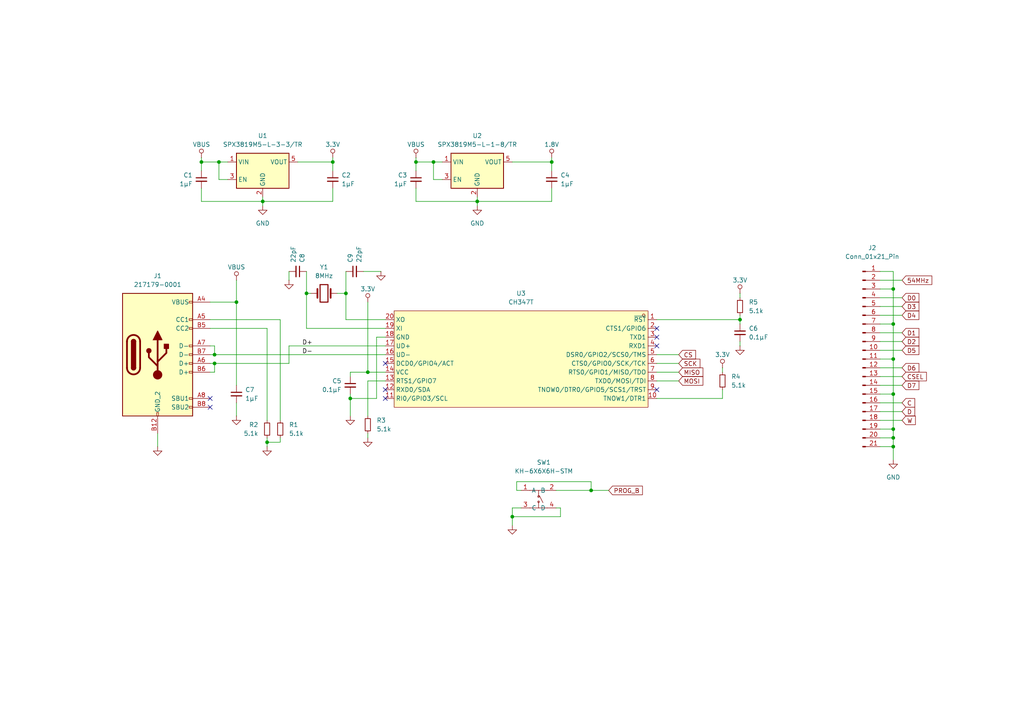
<source format=kicad_sch>
(kicad_sch (version 20250114) (generator "eeschema") (generator_version "9.0")
  (paper "A4")
  (lib_symbols
    (symbol "Connector:Conn_01x21_Pin" (pin_names (offset 1.016) (hide yes))
      (property "Reference" "J" (at 0 27.94 0))
      (property "Value" "Conn_01x21_Pin" (at 0 -27.94 0))
      (symbol "Conn_01x21_Pin_1_1"
        (rectangle (start 0.8636 25.527) (end 0 25.273) (stroke (width 0.1524)) (fill (type outline)))
        (rectangle (start 0.8636 22.987) (end 0 22.733) (stroke (width 0.1524)) (fill (type outline)))
        (rectangle (start 0.8636 20.447) (end 0 20.193) (stroke (width 0.1524)) (fill (type outline)))
        (rectangle (start 0.8636 17.907) (end 0 17.653) (stroke (width 0.1524)) (fill (type outline)))
        (rectangle (start 0.8636 15.367) (end 0 15.113) (stroke (width 0.1524)) (fill (type outline)))
        (rectangle (start 0.8636 12.827) (end 0 12.573) (stroke (width 0.1524)) (fill (type outline)))
        (rectangle (start 0.8636 10.287) (end 0 10.033) (stroke (width 0.1524)) (fill (type outline)))
        (rectangle (start 0.8636 7.747) (end 0 7.493) (stroke (width 0.1524)) (fill (type outline)))
        (rectangle (start 0.8636 5.207) (end 0 4.953) (stroke (width 0.1524)) (fill (type outline)))
        (rectangle (start 0.8636 2.667) (end 0 2.413) (stroke (width 0.1524)) (fill (type outline)))
        (rectangle (start 0.8636 0.127) (end 0 -0.127) (stroke (width 0.1524)) (fill (type outline)))
        (rectangle (start 0.8636 -2.413) (end 0 -2.667) (stroke (width 0.1524)) (fill (type outline)))
        (rectangle (start 0.8636 -4.953) (end 0 -5.207) (stroke (width 0.1524)) (fill (type outline)))
        (rectangle (start 0.8636 -7.493) (end 0 -7.747) (stroke (width 0.1524)) (fill (type outline)))
        (rectangle (start 0.8636 -10.033) (end 0 -10.287) (stroke (width 0.1524)) (fill (type outline)))
        (rectangle (start 0.8636 -12.573) (end 0 -12.827) (stroke (width 0.1524)) (fill (type outline)))
        (rectangle (start 0.8636 -15.113) (end 0 -15.367) (stroke (width 0.1524)) (fill (type outline)))
        (rectangle (start 0.8636 -17.653) (end 0 -17.907) (stroke (width 0.1524)) (fill (type outline)))
        (rectangle (start 0.8636 -20.193) (end 0 -20.447) (stroke (width 0.1524)) (fill (type outline)))
        (rectangle (start 0.8636 -22.733) (end 0 -22.987) (stroke (width 0.1524)) (fill (type outline)))
        (rectangle (start 0.8636 -25.273) (end 0 -25.527) (stroke (width 0.1524)) (fill (type outline)))
        (polyline (pts (xy 1.27 25.4) (xy 0.8636 25.4)) (stroke (width 0.1524)))
        (polyline (pts (xy 1.27 22.86) (xy 0.8636 22.86)) (stroke (width 0.1524)))
        (polyline (pts (xy 1.27 20.32) (xy 0.8636 20.32)) (stroke (width 0.1524)))
        (polyline (pts (xy 1.27 17.78) (xy 0.8636 17.78)) (stroke (width 0.1524)))
        (polyline (pts (xy 1.27 15.24) (xy 0.8636 15.24)) (stroke (width 0.1524)))
        (polyline (pts (xy 1.27 12.7) (xy 0.8636 12.7)) (stroke (width 0.1524)))
        (polyline (pts (xy 1.27 10.16) (xy 0.8636 10.16)) (stroke (width 0.1524)))
        (polyline (pts (xy 1.27 7.62) (xy 0.8636 7.62)) (stroke (width 0.1524)))
        (polyline (pts (xy 1.27 5.08) (xy 0.8636 5.08)) (stroke (width 0.1524)))
        (polyline (pts (xy 1.27 2.54) (xy 0.8636 2.54)) (stroke (width 0.1524)))
        (polyline (pts (xy 1.27 0) (xy 0.8636 0)) (stroke (width 0.1524)))
        (polyline (pts (xy 1.27 -2.54) (xy 0.8636 -2.54)) (stroke (width 0.1524)))
        (polyline (pts (xy 1.27 -5.08) (xy 0.8636 -5.08)) (stroke (width 0.1524)))
        (polyline (pts (xy 1.27 -7.62) (xy 0.8636 -7.62)) (stroke (width 0.1524)))
        (polyline (pts (xy 1.27 -10.16) (xy 0.8636 -10.16)) (stroke (width 0.1524)))
        (polyline (pts (xy 1.27 -12.7) (xy 0.8636 -12.7)) (stroke (width 0.1524)))
        (polyline (pts (xy 1.27 -15.24) (xy 0.8636 -15.24)) (stroke (width 0.1524)))
        (polyline (pts (xy 1.27 -17.78) (xy 0.8636 -17.78)) (stroke (width 0.1524)))
        (polyline (pts (xy 1.27 -20.32) (xy 0.8636 -20.32)) (stroke (width 0.1524)))
        (polyline (pts (xy 1.27 -22.86) (xy 0.8636 -22.86)) (stroke (width 0.1524)))
        (polyline (pts (xy 1.27 -25.4) (xy 0.8636 -25.4)) (stroke (width 0.1524)))
        (pin passive line (at 5.08 25.4 180) (length 3.81) (name "Pin_1") (number "1"))
        (pin passive line (at 5.08 22.86 180) (length 3.81) (name "Pin_2") (number "2"))
        (pin passive line (at 5.08 20.32 180) (length 3.81) (name "Pin_3") (number "3"))
        (pin passive line (at 5.08 17.78 180) (length 3.81) (name "Pin_4") (number "4"))
        (pin passive line (at 5.08 15.24 180) (length 3.81) (name "Pin_5") (number "5"))
        (pin passive line (at 5.08 12.7 180) (length 3.81) (name "Pin_6") (number "6"))
        (pin passive line (at 5.08 10.16 180) (length 3.81) (name "Pin_7") (number "7"))
        (pin passive line (at 5.08 7.62 180) (length 3.81) (name "Pin_8") (number "8"))
        (pin passive line (at 5.08 5.08 180) (length 3.81) (name "Pin_9") (number "9"))
        (pin passive line (at 5.08 2.54 180) (length 3.81) (name "Pin_10") (number "10"))
        (pin passive line (at 5.08 0 180) (length 3.81) (name "Pin_11") (number "11"))
        (pin passive line (at 5.08 -2.54 180) (length 3.81) (name "Pin_12") (number "12"))
        (pin passive line (at 5.08 -5.08 180) (length 3.81) (name "Pin_13") (number "13"))
        (pin passive line (at 5.08 -7.62 180) (length 3.81) (name "Pin_14") (number "14"))
        (pin passive line (at 5.08 -10.16 180) (length 3.81) (name "Pin_15") (number "15"))
        (pin passive line (at 5.08 -12.7 180) (length 3.81) (name "Pin_16") (number "16"))
        (pin passive line (at 5.08 -15.24 180) (length 3.81) (name "Pin_17") (number "17"))
        (pin passive line (at 5.08 -17.78 180) (length 3.81) (name "Pin_18") (number "18"))
        (pin passive line (at 5.08 -20.32 180) (length 3.81) (name "Pin_19") (number "19"))
        (pin passive line (at 5.08 -22.86 180) (length 3.81) (name "Pin_20") (number "20"))
        (pin passive line (at 5.08 -25.4 180) (length 3.81) (name "Pin_21") (number "21"))
      )
    )
    (symbol "Connector:USB_C_Receptacle_USB2.0_16P" (pin_names (offset 1.016))
      (property "Reference" "J1" (at 0 22.86 0))
      (property "Value" "217179-0001" (at 0 20.32 0))
      (symbol "USB_C_Receptacle_USB2.0_16P_0_0"
        (rectangle (start -0.254 -17.78) (end 0.254 -16.764))
        (rectangle (start 10.16 15.494) (end 9.144 14.986))
        (rectangle (start 10.16 10.414) (end 9.144 9.906))
        (rectangle (start 10.16 7.874) (end 9.144 7.366))
        (rectangle (start 10.16 2.794) (end 9.144 2.286))
        (rectangle (start 10.16 0.254) (end 9.144 -0.254))
        (rectangle (start 10.16 -2.286) (end 9.144 -2.794))
        (rectangle (start 10.16 -4.826) (end 9.144 -5.334))
        (rectangle (start 10.16 -12.446) (end 9.144 -12.954))
        (rectangle (start 10.16 -14.986) (end 9.144 -15.494))
      )
      (symbol "USB_C_Receptacle_USB2.0_16P_0_1"
        (rectangle (start -10.16 17.78) (end 10.16 -17.78) (stroke (width 0.254)) (fill (type background)))
        (polyline (pts (xy -8.89 -3.81) (xy -8.89 3.81)) (stroke (width 0.508)))
        (rectangle (start -7.62 -3.81) (end -6.35 3.81) (stroke (width 0.254)) (fill (type outline)))
        (arc (start -7.62 3.81) (mid -6.985 4.4423) (end -6.35 3.81) (stroke (width 0.254)))
        (arc (start -7.62 3.81) (mid -6.985 4.4423) (end -6.35 3.81) (stroke (width 0.254)) (fill (type outline)))
        (arc (start -8.89 3.81) (mid -6.985 5.7067) (end -5.08 3.81) (stroke (width 0.508)))
        (arc (start -5.08 -3.81) (mid -6.985 -5.7067) (end -8.89 -3.81) (stroke (width 0.508)))
        (arc (start -6.35 -3.81) (mid -6.985 -4.4423) (end -7.62 -3.81) (stroke (width 0.254)))
        (arc (start -6.35 -3.81) (mid -6.985 -4.4423) (end -7.62 -3.81) (stroke (width 0.254)) (fill (type outline)))
        (polyline (pts (xy -5.08 3.81) (xy -5.08 -3.81)) (stroke (width 0.508)))
        (circle (center -2.54 1.143) (radius 0.635) (stroke (width 0.254)) (fill (type outline)))
        (polyline (pts (xy -1.27 4.318) (xy 0 6.858) (xy 1.27 4.318) (xy -1.27 4.318)) (stroke (width 0.254)) (fill (type outline)))
        (polyline (pts (xy 0 -2.032) (xy 2.54 0.508) (xy 2.54 1.778)) (stroke (width 0.508)))
        (polyline (pts (xy 0 -3.302) (xy -2.54 -0.762) (xy -2.54 0.508)) (stroke (width 0.508)))
        (polyline (pts (xy 0 -5.842) (xy 0 4.318)) (stroke (width 0.508)))
        (circle (center 0 -5.842) (radius 1.27) (fill (type outline)))
        (rectangle (start 1.905 1.778) (end 3.175 3.048) (stroke (width 0.254)) (fill (type outline)))
      )
      (symbol "USB_C_Receptacle_USB2.0_16P_1_0"
        (pin passive line (at 0 -22.86 90) (length 5.08) (hide yes) (name "GND_2") (number "0"))
        (pin passive line (at 0 -22.86 90) (length 5.08) (hide yes) (name "GND_2") (number "1"))
        (pin passive line (at 0 -22.86 90) (length 5.08) (hide yes) (name "GND_2") (number "2"))
        (pin passive line (at 0 -22.86 90) (length 5.08) (hide yes) (name "GND_2") (number "3"))
        (pin passive line (at 0 -22.86 90) (length 5.08) (hide yes) (name "GND_2") (number "A1"))
        (pin passive line (at 0 -22.86 90) (length 5.08) (hide yes) (name "GND_2") (number "A12"))
        (pin passive line (at 0 -22.86 90) (length 5.08) (hide yes) (name "GND_2") (number "B1"))
        (pin passive line (at 0 -22.86 90) (length 5.08) (name "GND_2") (number "B12"))
        (pin power_in line (at 15.24 15.24 180) (length 5.08) (name "VBUS") (number "A4"))
        (pin power_in line (at 15.24 15.24 180) (length 5.08) (hide yes) (name "VBUS") (number "A9"))
        (pin power_in line (at 15.24 15.24 180) (length 5.08) (hide yes) (name "VBUS") (number "B4"))
        (pin power_in line (at 15.24 15.24 180) (length 5.08) (hide yes) (name "VBUS") (number "B9"))
      )
      (symbol "USB_C_Receptacle_USB2.0_16P_1_1"
        (pin bidirectional line (at 15.24 10.16 180) (length 5.08) (name "CC1") (number "A5"))
        (pin bidirectional line (at 15.24 7.62 180) (length 5.08) (name "CC2") (number "B5"))
        (pin bidirectional line (at 15.24 2.54 180) (length 5.08) (name "D-") (number "A7"))
        (pin bidirectional line (at 15.24 0 180) (length 5.08) (name "D-") (number "B7"))
        (pin bidirectional line (at 15.24 -2.54 180) (length 5.08) (name "D+") (number "A6"))
        (pin bidirectional line (at 15.24 -5.08 180) (length 5.08) (name "D+") (number "B6"))
        (pin bidirectional line (at 15.24 -12.7 180) (length 5.08) (name "SBU1") (number "A8"))
        (pin bidirectional line (at 15.24 -15.24 180) (length 5.08) (name "SBU2") (number "B8"))
      )
    )
    (symbol "Device:C_Small" (pin_numbers (hide yes)) (pin_names (offset 0.254) (hide yes))
      (property "Reference" "C" (at 0.254 1.778 0))
      (property "Value" "C_Small" (at 0.254 -2.032 0))
      (symbol "C_Small_0_1"
        (polyline (pts (xy -1.524 0.508) (xy 1.524 0.508)) (stroke (width 0.3048)))
        (polyline (pts (xy -1.524 -0.508) (xy 1.524 -0.508)) (stroke (width 0.3302)))
      )
      (symbol "C_Small_1_1"
        (pin passive line (at 0 2.54 270) (length 2.032) (name "~") (number "1"))
        (pin passive line (at 0 -2.54 90) (length 2.032) (name "~") (number "2"))
      )
    )
    (symbol "Device:Crystal" (pin_numbers (hide yes)) (pin_names (offset 1.016) (hide yes))
      (property "Reference" "Y" (at 0 3.81 0))
      (property "Value" "Crystal" (at 0 -3.81 0))
      (symbol "Crystal_0_1"
        (polyline (pts (xy -2.54 0) (xy -1.905 0)))
        (polyline (pts (xy -1.905 -1.27) (xy -1.905 1.27)) (stroke (width 0.508)))
        (rectangle (start -1.143 2.54) (end 1.143 -2.54) (stroke (width 0.3048)))
        (polyline (pts (xy 1.905 -1.27) (xy 1.905 1.27)) (stroke (width 0.508)))
        (polyline (pts (xy 2.54 0) (xy 1.905 0)))
      )
      (symbol "Crystal_1_1"
        (pin passive line (at -3.81 0 0) (length 1.27) (name "1") (number "1"))
        (pin passive line (at 3.81 0 180) (length 1.27) (name "2") (number "2"))
      )
    )
    (symbol "Device:R_Small" (pin_numbers (hide yes)) (pin_names (offset 0.254) (hide yes))
      (property "Reference" "R" (at 0.762 0.508 0))
      (property "Value" "R_Small" (at 0.762 -1.016 0))
      (symbol "R_Small_0_1"
        (rectangle (start -0.762 1.778) (end 0.762 -1.778) (stroke (width 0.2032)))
      )
      (symbol "R_Small_1_1"
        (pin passive line (at 0 2.54 270) (length 0.762) (name "~") (number "1"))
        (pin passive line (at 0 -2.54 90) (length 0.762) (name "~") (number "2"))
      )
    )
    (symbol "Regulator_Linear:MIC5365-3.3YC5"
      (property "Reference" "U" (at -6.35 6.35 0))
      (property "Value" "MIC5365-3.3YC5" (at 0 6.35 0))
      (symbol "MIC5365-3.3YC5_0_1"
        (rectangle (start -7.62 -5.08) (end 7.62 5.08) (stroke (width 0.254)) (fill (type background)))
      )
      (symbol "MIC5365-3.3YC5_1_1"
        (pin power_in line (at -10.16 2.54 0) (length 2.54) (name "VIN") (number "1"))
        (pin input line (at -10.16 -2.54 0) (length 2.54) (name "EN") (number "3"))
        (pin power_in line (at 0 -7.62 90) (length 2.54) (name "GND") (number "2"))
        (pin no_connect line (at 7.62 -2.54 180) (length 2.54) (hide yes) (name "NC") (number "4"))
        (pin power_out line (at 10.16 2.54 180) (length 2.54) (name "VOUT") (number "5"))
      )
    )
    (symbol "easyeda:CH347T"
      (property "Reference" "U" (at 0 16.51 0))
      (property "Value" "CH347T" (at 0 -16.51 0))
      (symbol "CH347T_0_1"
        (rectangle (start -36.83 13.97) (end 36.83 -13.97) (fill (type background)))
        (circle (center -35.56 12.7) (radius 0.38))
        (pin unspecified line (at -39.37 11.43 0) (length 2.54) (name "~{RST}") (number "1"))
        (pin unspecified line (at -39.37 8.89 0) (length 2.54) (name "CTS1/GPIO6") (number "2"))
        (pin unspecified line (at -39.37 6.35 0) (length 2.54) (name "TXD1") (number "3"))
        (pin unspecified line (at -39.37 3.81 0) (length 2.54) (name "RXD1") (number "4"))
        (pin unspecified line (at -39.37 1.27 0) (length 2.54) (name "DSR0/GPIO2/SCS0/TMS") (number "5"))
        (pin unspecified line (at -39.37 -1.27 0) (length 2.54) (name "CTS0/GPIO0/SCK/TCK") (number "6"))
        (pin unspecified line (at -39.37 -3.81 0) (length 2.54) (name "RTS0/GPIO1/MISO/TDO") (number "7"))
        (pin unspecified line (at -39.37 -6.35 0) (length 2.54) (name "TXD0/MOSI/TDI") (number "8"))
        (pin unspecified line (at -39.37 -8.89 0) (length 2.54) (name "TNOW0/DTR0/GPIO5/SCS1/TRST") (number "9"))
        (pin unspecified line (at -39.37 -11.43 0) (length 2.54) (name "TNOW1/DTR1") (number "10"))
        (pin unspecified line (at 39.37 11.43 180) (length 2.54) (name "XO") (number "20"))
        (pin unspecified line (at 39.37 8.89 180) (length 2.54) (name "XI") (number "19"))
        (pin unspecified line (at 39.37 6.35 180) (length 2.54) (name "GND") (number "18"))
        (pin unspecified line (at 39.37 3.81 180) (length 2.54) (name "UD+") (number "17"))
        (pin unspecified line (at 39.37 1.27 180) (length 2.54) (name "UD-") (number "16"))
        (pin unspecified line (at 39.37 -1.27 180) (length 2.54) (name "DCD0/GPIO4/ACT") (number "15"))
        (pin unspecified line (at 39.37 -3.81 180) (length 2.54) (name "VCC") (number "14"))
        (pin unspecified line (at 39.37 -6.35 180) (length 2.54) (name "RTS1/GPIO7") (number "13"))
        (pin unspecified line (at 39.37 -8.89 180) (length 2.54) (name "RXD0/SDA") (number "12"))
        (pin unspecified line (at 39.37 -11.43 180) (length 2.54) (name "RI0/GPIO3/SCL") (number "11"))
      )
    )
    (symbol "easyeda:KH-6X6X6H-STM"
      (property "Reference" "SW" (at 0 7.62 0))
      (property "Value" "KH-6X6X6H-STM" (at 0 -7.62 0))
      (symbol "KH-6X6X6H-STM_0_1"
        (polyline (pts (xy -2.54 2.54) (xy 2.54 2.54)))
        (polyline (pts (xy -2.54 -2.54) (xy 2.54 -2.54)))
        (polyline (pts (xy 0 2.54) (xy 0 1.52)))
        (polyline (pts (xy 0 1.52) (xy 0 0.76)))
        (circle (center 0 0.76) (radius 0.25))
        (circle (center 0 -0.76) (radius 0.25))
        (polyline (pts (xy 0 -2.54) (xy 0 -0.76)))
        (polyline (pts (xy 0.25 1.02) (xy 1.27 -1.02) (xy 1.27 -1.02)))
        (pin unspecified line (at -5.08 2.54 0) (length 2.54) (name "A") (number "1"))
        (pin unspecified line (at -5.08 -2.54 0) (length 2.54) (name "C") (number "3"))
        (pin unspecified line (at 5.08 2.54 180) (length 2.54) (name "B") (number "2"))
        (pin unspecified line (at 5.08 -2.54 180) (length 2.54) (name "D") (number "4"))
      )
    )
    (symbol "power:GND" (power) (pin_numbers (hide yes)) (pin_names (offset 0) (hide yes))
      (property "Value" "GND" (at 0 -3.81 0))
      (symbol "GND_0_1"
        (polyline (pts (xy 0 0) (xy 0 -1.27) (xy 1.27 -1.27) (xy 0 -2.54) (xy -1.27 -1.27) (xy 0 -1.27)))
      )
      (symbol "GND_1_1"
        (pin power_in line (at 0 0 270) (length 0) (name "~") (number "1"))
      )
    )
    (symbol "power_round:+3.3V" (power) (pin_numbers (hide yes)) (pin_names (offset 0) (hide yes))
      (property "Value" "+3.3V" (at 0 3.556 0))
      (symbol "+3.3V_0_1"
        (circle (center 0 1.905) (radius 0.5881))
        (polyline (pts (xy 0 0) (xy 0 1.27)))
      )
      (symbol "+3.3V_1_1"
        (pin power_in line (at 0 0 90) (length 0) (name "~") (number "1"))
      )
    )
  )
  (junction (at 120.65 46.99))
  (junction (at 62.23 102.87))
  (junction (at 259.08 127))
  (junction (at 125.73 46.99))
  (junction (at 148.59 149.86))
  (junction (at 62.23 105.41))
  (junction (at 63.5 46.99))
  (junction (at 100.33 85.09))
  (junction (at 68.58 87.63))
  (junction (at 214.63 92.71))
  (junction (at 58.42 46.99))
  (junction (at 96.52 46.99))
  (junction (at 76.2 58.42))
  (junction (at 101.6 115.57))
  (junction (at 106.68 107.95))
  (junction (at 259.08 93.98))
  (junction (at 259.08 129.54))
  (junction (at 138.43 58.42))
  (junction (at 259.08 114.3))
  (junction (at 77.47 128.27))
  (junction (at 160.02 46.99))
  (junction (at 259.08 124.46))
  (junction (at 259.08 104.14))
  (junction (at 88.9 85.09))
  (junction (at 259.08 83.82))
  (junction (at 171.45 142.24))
  (no_connect (at 111.76 113.03))
  (no_connect (at 60.96 115.57))
  (no_connect (at 190.5 100.33))
  (no_connect (at 190.5 95.25))
  (no_connect (at 190.5 113.03))
  (no_connect (at 190.5 97.79))
  (no_connect (at 60.96 118.11))
  (no_connect (at 111.76 105.41))
  (no_connect (at 111.76 115.57))
  (wire (pts (xy 259.08 129.54) (xy 259.08 127)))
  (wire (pts (xy 88.9 85.09) (xy 90.17 85.09)))
  (wire (pts (xy 88.9 95.25) (xy 88.9 85.09)))
  (wire (pts (xy 261.62 81.28) (xy 255.27 81.28)))
  (wire (pts (xy 171.45 142.24) (xy 176.53 142.24)))
  (wire (pts (xy 190.5 105.41) (xy 196.85 105.41)))
  (wire (pts (xy 261.62 109.22) (xy 255.27 109.22)))
  (wire (pts (xy 190.5 110.49) (xy 196.85 110.49)))
  (wire (pts (xy 111.76 110.49) (xy 106.68 110.49)))
  (wire (pts (xy 109.22 97.79) (xy 109.22 115.57)))
  (wire (pts (xy 148.59 152.4) (xy 148.59 149.86)))
  (wire (pts (xy 77.47 121.92) (xy 77.47 95.25)))
  (wire (pts (xy 96.52 54.61) (xy 96.52 58.42)))
  (wire (pts (xy 149.86 142.24) (xy 149.86 139.7)))
  (wire (pts (xy 259.08 83.82) (xy 259.08 93.98)))
  (wire (pts (xy 105.41 78.74) (xy 110.49 78.74)))
  (wire (pts (xy 148.59 147.32) (xy 151.13 147.32)))
  (wire (pts (xy 83.82 100.33) (xy 83.82 105.41)))
  (wire (pts (xy 101.6 109.22) (xy 101.6 107.95)))
  (wire (pts (xy 63.5 46.99) (xy 63.5 52.07)))
  (wire (pts (xy 261.62 88.9) (xy 255.27 88.9)))
  (wire (pts (xy 148.59 46.99) (xy 160.02 46.99)))
  (wire (pts (xy 259.08 93.98) (xy 259.08 104.14)))
  (wire (pts (xy 261.62 111.76) (xy 255.27 111.76)))
  (wire (pts (xy 81.28 127) (xy 81.28 128.27)))
  (wire (pts (xy 77.47 127) (xy 77.47 128.27)))
  (wire (pts (xy 161.29 142.24) (xy 171.45 142.24)))
  (wire (pts (xy 58.42 46.99) (xy 58.42 49.53)))
  (wire (pts (xy 76.2 58.42) (xy 76.2 59.69)))
  (wire (pts (xy 214.63 92.71) (xy 214.63 93.98)))
  (wire (pts (xy 259.08 127) (xy 259.08 124.46)))
  (wire (pts (xy 255.27 114.3) (xy 259.08 114.3)))
  (wire (pts (xy 138.43 58.42) (xy 160.02 58.42)))
  (wire (pts (xy 62.23 105.41) (xy 62.23 107.95)))
  (wire (pts (xy 128.27 52.07) (xy 125.73 52.07)))
  (wire (pts (xy 259.08 104.14) (xy 259.08 114.3)))
  (wire (pts (xy 161.29 147.32) (xy 162.56 147.32)))
  (wire (pts (xy 151.13 142.24) (xy 149.86 142.24)))
  (wire (pts (xy 77.47 95.25) (xy 60.96 95.25)))
  (wire (pts (xy 255.27 78.74) (xy 259.08 78.74)))
  (wire (pts (xy 62.23 105.41) (xy 83.82 105.41)))
  (wire (pts (xy 63.5 46.99) (xy 66.04 46.99)))
  (wire (pts (xy 120.65 58.42) (xy 138.43 58.42)))
  (wire (pts (xy 214.63 92.71) (xy 190.5 92.71)))
  (wire (pts (xy 62.23 107.95) (xy 60.96 107.95)))
  (wire (pts (xy 111.76 97.79) (xy 109.22 97.79)))
  (wire (pts (xy 111.76 95.25) (xy 88.9 95.25)))
  (wire (pts (xy 111.76 100.33) (xy 83.82 100.33)))
  (wire (pts (xy 62.23 100.33) (xy 60.96 100.33)))
  (wire (pts (xy 190.5 115.57) (xy 209.55 115.57)))
  (wire (pts (xy 120.65 45.72) (xy 120.65 46.99)))
  (wire (pts (xy 149.86 139.7) (xy 171.45 139.7)))
  (wire (pts (xy 255.27 104.14) (xy 259.08 104.14)))
  (wire (pts (xy 209.55 113.03) (xy 209.55 115.57)))
  (wire (pts (xy 68.58 87.63) (xy 68.58 111.76)))
  (wire (pts (xy 190.5 102.87) (xy 196.85 102.87)))
  (wire (pts (xy 261.62 96.52) (xy 255.27 96.52)))
  (wire (pts (xy 60.96 92.71) (xy 81.28 92.71)))
  (wire (pts (xy 125.73 46.99) (xy 125.73 52.07)))
  (wire (pts (xy 261.62 106.68) (xy 255.27 106.68)))
  (wire (pts (xy 96.52 45.72) (xy 96.52 46.99)))
  (wire (pts (xy 160.02 46.99) (xy 160.02 49.53)))
  (wire (pts (xy 101.6 107.95) (xy 106.68 107.95)))
  (wire (pts (xy 261.62 101.6) (xy 255.27 101.6)))
  (wire (pts (xy 60.96 105.41) (xy 62.23 105.41)))
  (wire (pts (xy 125.73 46.99) (xy 128.27 46.99)))
  (wire (pts (xy 259.08 133.35) (xy 259.08 129.54)))
  (wire (pts (xy 106.68 87.63) (xy 106.68 107.95)))
  (wire (pts (xy 261.62 91.44) (xy 255.27 91.44)))
  (wire (pts (xy 214.63 100.33) (xy 214.63 99.06)))
  (wire (pts (xy 106.68 127) (xy 106.68 125.73)))
  (wire (pts (xy 100.33 92.71) (xy 111.76 92.71)))
  (wire (pts (xy 214.63 85.09) (xy 214.63 86.36)))
  (wire (pts (xy 120.65 54.61) (xy 120.65 58.42)))
  (wire (pts (xy 62.23 102.87) (xy 111.76 102.87)))
  (wire (pts (xy 58.42 54.61) (xy 58.42 58.42)))
  (wire (pts (xy 58.42 45.72) (xy 58.42 46.99)))
  (wire (pts (xy 96.52 46.99) (xy 96.52 49.53)))
  (wire (pts (xy 60.96 87.63) (xy 68.58 87.63)))
  (wire (pts (xy 255.27 83.82) (xy 259.08 83.82)))
  (wire (pts (xy 86.36 46.99) (xy 96.52 46.99)))
  (wire (pts (xy 76.2 58.42) (xy 96.52 58.42)))
  (wire (pts (xy 255.27 127) (xy 259.08 127)))
  (wire (pts (xy 97.79 85.09) (xy 100.33 85.09)))
  (wire (pts (xy 162.56 149.86) (xy 148.59 149.86)))
  (wire (pts (xy 76.2 58.42) (xy 76.2 57.15)))
  (wire (pts (xy 190.5 107.95) (xy 196.85 107.95)))
  (wire (pts (xy 45.72 125.73) (xy 45.72 129.54)))
  (wire (pts (xy 138.43 58.42) (xy 138.43 59.69)))
  (wire (pts (xy 83.82 78.74) (xy 83.82 81.28)))
  (wire (pts (xy 120.65 46.99) (xy 120.65 49.53)))
  (wire (pts (xy 259.08 114.3) (xy 259.08 124.46)))
  (wire (pts (xy 77.47 128.27) (xy 77.47 129.54)))
  (wire (pts (xy 106.68 110.49) (xy 106.68 120.65)))
  (wire (pts (xy 88.9 78.74) (xy 88.9 85.09)))
  (wire (pts (xy 261.62 99.06) (xy 255.27 99.06)))
  (wire (pts (xy 261.62 119.38) (xy 255.27 119.38)))
  (wire (pts (xy 255.27 129.54) (xy 259.08 129.54)))
  (wire (pts (xy 261.62 121.92) (xy 255.27 121.92)))
  (wire (pts (xy 81.28 128.27) (xy 77.47 128.27)))
  (wire (pts (xy 111.76 107.95) (xy 106.68 107.95)))
  (wire (pts (xy 100.33 78.74) (xy 100.33 85.09)))
  (wire (pts (xy 101.6 115.57) (xy 101.6 120.65)))
  (wire (pts (xy 148.59 149.86) (xy 148.59 147.32)))
  (wire (pts (xy 81.28 92.71) (xy 81.28 121.92)))
  (wire (pts (xy 261.62 116.84) (xy 255.27 116.84)))
  (wire (pts (xy 58.42 46.99) (xy 63.5 46.99)))
  (wire (pts (xy 160.02 45.72) (xy 160.02 46.99)))
  (wire (pts (xy 101.6 115.57) (xy 109.22 115.57)))
  (wire (pts (xy 58.42 58.42) (xy 76.2 58.42)))
  (wire (pts (xy 62.23 100.33) (xy 62.23 102.87)))
  (wire (pts (xy 259.08 124.46) (xy 255.27 124.46)))
  (wire (pts (xy 138.43 58.42) (xy 138.43 57.15)))
  (wire (pts (xy 66.04 52.07) (xy 63.5 52.07)))
  (wire (pts (xy 255.27 93.98) (xy 259.08 93.98)))
  (wire (pts (xy 68.58 120.65) (xy 68.58 116.84)))
  (wire (pts (xy 171.45 139.7) (xy 171.45 142.24)))
  (wire (pts (xy 100.33 85.09) (xy 100.33 92.71)))
  (wire (pts (xy 259.08 78.74) (xy 259.08 83.82)))
  (wire (pts (xy 261.62 86.36) (xy 255.27 86.36)))
  (wire (pts (xy 214.63 91.44) (xy 214.63 92.71)))
  (wire (pts (xy 68.58 81.28) (xy 68.58 87.63)))
  (wire (pts (xy 209.55 106.68) (xy 209.55 107.95)))
  (wire (pts (xy 60.96 102.87) (xy 62.23 102.87)))
  (wire (pts (xy 101.6 114.3) (xy 101.6 115.57)))
  (wire (pts (xy 162.56 147.32) (xy 162.56 149.86)))
  (wire (pts (xy 120.65 46.99) (xy 125.73 46.99)))
  (wire (pts (xy 160.02 54.61) (xy 160.02 58.42)))
  (label "D-" (at 87.63 102.87 0))
  (label "D+" (at 87.63 100.33 0))
  (global_label "MISO" (shape input) (at 196.85 107.95 0) (property "Intersheetrefs" "${INTERSHEET_REFS}" (effects (hide yes))))
  (global_label "D2" (shape input) (at 261.62 99.06 0) (property "Intersheetrefs" "${INTERSHEET_REFS}" (effects (hide yes))))
  (global_label "PROG_B" (shape input) (at 176.53 142.24 0) (property "Intersheetrefs" "${INTERSHEET_REFS}" (effects (hide yes))))
  (global_label "D" (shape input) (at 261.62 119.38 0) (property "Intersheetrefs" "${INTERSHEET_REFS}" (effects (hide yes))))
  (global_label "W" (shape input) (at 261.62 121.92 0) (property "Intersheetrefs" "${INTERSHEET_REFS}" (effects (hide yes))))
  (global_label "CS" (shape input) (at 196.85 102.87 0) (property "Intersheetrefs" "${INTERSHEET_REFS}" (effects (hide yes))))
  (global_label "54MHz" (shape input) (at 261.62 81.28 0) (property "Intersheetrefs" "${INTERSHEET_REFS}" (effects (hide yes))))
  (global_label "C" (shape input) (at 261.62 116.84 0) (property "Intersheetrefs" "${INTERSHEET_REFS}" (effects (hide yes))))
  (global_label "D0" (shape input) (at 261.62 86.36 0) (property "Intersheetrefs" "${INTERSHEET_REFS}" (effects (hide yes))))
  (global_label "D4" (shape input) (at 261.62 91.44 0) (property "Intersheetrefs" "${INTERSHEET_REFS}" (effects (hide yes))))
  (global_label "SCK" (shape input) (at 196.85 105.41 0) (property "Intersheetrefs" "${INTERSHEET_REFS}" (effects (hide yes))))
  (global_label "D7" (shape input) (at 261.62 111.76 0) (property "Intersheetrefs" "${INTERSHEET_REFS}" (effects (hide yes))))
  (global_label "D1" (shape input) (at 261.62 96.52 0) (property "Intersheetrefs" "${INTERSHEET_REFS}" (effects (hide yes))))
  (global_label "MOSI" (shape input) (at 196.85 110.49 0) (property "Intersheetrefs" "${INTERSHEET_REFS}" (effects (hide yes))))
  (global_label "D3" (shape input) (at 261.62 88.9 0) (property "Intersheetrefs" "${INTERSHEET_REFS}" (effects (hide yes))))
  (global_label "D6" (shape input) (at 261.62 106.68 0) (property "Intersheetrefs" "${INTERSHEET_REFS}" (effects (hide yes))))
  (global_label "CSEL" (shape input) (at 261.62 109.22 0) (property "Intersheetrefs" "${INTERSHEET_REFS}" (effects (hide yes))))
  (global_label "D5" (shape input) (at 261.62 101.6 0) (property "Intersheetrefs" "${INTERSHEET_REFS}" (effects (hide yes))))
  (symbol (lib_id "power_round:+3.3V") (at 96.52 45.72 0) (unit 1)
    (property "Reference" "#PWR02" (effects (hide yes)))
    (property "Value" "3.3V" (at 96.52 41.91 0))
    (property "Description" "Power symbol creates a global label with name \"+3.3V\"" (effects (hide yes)))
  )
  (symbol (lib_id "Device:C_Small") (at 160.02 52.07 0) (mirror y) (unit 1)
    (property "Reference" "C4" (at 162.56 50.8062 0) (effects (justify right)))
    (property "Value" "1µF" (at 162.56 53.3462 0) (effects (justify right)))
    (property "Footprint" "Capacitor_SMD:C_0402_1005Metric" (effects (hide yes)))
    (property "Description" "Unpolarized capacitor, small symbol" (effects (hide yes)))
  )
  (symbol (lib_id "power_round:+3.3V") (at 68.58 81.28 0) (unit 1)
    (property "Reference" "#PWR07" (effects (hide yes)))
    (property "Value" "VBUS" (at 68.58 77.47 0))
    (property "Description" "Power symbol creates a global label with name \"+3.3V\"" (effects (hide yes)))
  )
  (symbol (lib_id "Device:C_Small") (at 120.65 52.07 0) (unit 1)
    (property "Reference" "C3" (at 118.11 50.8062 0) (effects (justify right)))
    (property "Value" "1µF" (at 118.11 53.3462 0) (effects (justify right)))
    (property "Footprint" "Capacitor_SMD:C_0402_1005Metric" (effects (hide yes)))
    (property "Description" "Unpolarized capacitor, small symbol" (effects (hide yes)))
  )
  (symbol (lib_id "power:GND") (at 76.2 59.69 0) (unit 1)
    (property "Reference" "#PWR05" (effects (hide yes)))
    (property "Value" "GND" (at 76.2 64.77 0))
    (property "Description" "Power symbol creates a global label with name \"GND\" , ground" (effects (hide yes)))
  )
  (symbol (lib_id "Device:R_Small") (at 214.63 88.9 180) (unit 1)
    (property "Reference" "R5" (at 217.17 87.6299 0) (effects (justify right)))
    (property "Value" "5.1k" (at 217.17 90.1699 0) (effects (justify right)))
    (property "Footprint" "Resistor_SMD:R_0402_1005Metric" (effects (hide yes)))
    (property "Description" "Resistor, small symbol" (effects (hide yes)))
  )
  (symbol (lib_id "power:GND") (at 214.63 100.33 0) (unit 1)
    (property "Reference" "#PWR016" (effects (hide yes)))
    (property "Value" "GND" (effects (hide yes)))
    (property "Description" "Power symbol creates a global label with name \"GND\" , ground" (effects (hide yes)))
  )
  (symbol (lib_id "power_round:+3.3V") (at 58.42 45.72 0) (unit 1)
    (property "Reference" "#PWR01" (effects (hide yes)))
    (property "Value" "VBUS" (at 58.42 41.91 0))
    (property "Description" "Power symbol creates a global label with name \"+3.3V\"" (effects (hide yes)))
  )
  (symbol (lib_id "Device:C_Small") (at 101.6 111.76 0) (unit 1)
    (property "Reference" "C5" (at 99.06 110.4962 0) (effects (justify right)))
    (property "Value" "0.1µF" (at 99.06 113.0362 0) (effects (justify right)))
    (property "Footprint" "Capacitor_SMD:C_0402_1005Metric" (effects (hide yes)))
    (property "Description" "Unpolarized capacitor, small symbol" (effects (hide yes)))
  )
  (symbol (lib_id "power:GND") (at 259.08 133.35 0) (unit 1)
    (property "Reference" "#PWR08" (effects (hide yes)))
    (property "Value" "GND" (at 259.08 138.43 0))
    (property "Description" "Power symbol creates a global label with name \"GND\" , ground" (effects (hide yes)))
  )
  (symbol (lib_id "Connector:USB_C_Receptacle_USB2.0_16P") (at 45.72 102.87 0) (unit 1)
    (property "Reference" "J1" (at 45.72 80.01 0))
    (property "Value" "217179-0001" (at 45.72 82.55 0))
    (property "Footprint" "easyeda2kicad:USB-C_SMD-TYPE-C-31-M-12" (effects (hide yes)))
    (property "Datasheet" "217179-0001" (effects (hide yes)))
    (property "Description" "217179-0001" (effects (hide yes)))
  )
  (symbol (lib_id "Regulator_Linear:MIC5365-3.3YC5") (at 76.2 49.53 0) (unit 1)
    (property "Reference" "U1" (at 76.2 39.37 0))
    (property "Value" "SPX3819M5-L-3-3/TR" (at 76.2 41.91 0))
    (property "Footprint" "Package_TO_SOT_SMD:SOT-23-5" (effects (hide yes)))
  )
  (symbol (lib_id "Device:C_Small") (at 86.36 78.74 270) (unit 1)
    (property "Reference" "C8" (at 87.6238 76.2 0) (effects (justify right)))
    (property "Value" "22pF" (at 85.0838 76.2 0) (effects (justify right)))
    (property "Footprint" "Capacitor_SMD:C_0402_1005Metric" (effects (hide yes)))
    (property "Description" "Unpolarized capacitor, small symbol" (effects (hide yes)))
  )
  (symbol (lib_id "power_round:+3.3V") (at 209.55 106.68 0) (unit 1)
    (property "Reference" "#PWR014" (effects (hide yes)))
    (property "Value" "3.3V" (at 209.55 102.87 0))
    (property "Description" "Power symbol creates a global label with name \"+3.3V\"" (effects (hide yes)))
  )
  (symbol (lib_id "power:GND") (at 138.43 59.69 0) (unit 1)
    (property "Reference" "#PWR06" (effects (hide yes)))
    (property "Value" "GND" (at 138.43 64.77 0))
    (property "Description" "Power symbol creates a global label with name \"GND\" , ground" (effects (hide yes)))
  )
  (symbol (lib_id "Connector:Conn_01x21_Pin") (at 250.19 104.14 0) (unit 1)
    (property "Reference" "J2" (at 252.984 71.882 0))
    (property "Value" "Conn_01x21_Pin" (at 252.984 74.422 0))
    (property "Footprint" "easyeda2kicad:FPC-SMD_19P-P0.50_AFD01-S19FCA-00" (effects (hide yes)))
    (property "Description" "Generic connector, single row, 01x21, script generated" (effects (hide yes)))
  )
  (symbol (lib_id "Regulator_Linear:MIC5365-3.3YC5") (at 138.43 49.53 0) (unit 1)
    (property "Reference" "U2" (at 138.43 39.37 0))
    (property "Value" "SPX3819M5-L-1-8/TR" (at 138.43 41.91 0))
    (property "Footprint" "Package_TO_SOT_SMD:SOT-23-5" (effects (hide yes)))
  )
  (symbol (lib_id "Device:R_Small") (at 81.28 124.46 0) (unit 1)
    (property "Reference" "R1" (at 83.82 123.1899 0) (effects (justify left)))
    (property "Value" "5.1k" (at 83.82 125.7299 0) (effects (justify left)))
    (property "Footprint" "Resistor_SMD:R_0402_1005Metric" (effects (hide yes)))
    (property "Description" "Resistor, small symbol" (effects (hide yes)))
  )
  (symbol (lib_id "power_round:+3.3V") (at 160.02 45.72 0) (unit 1)
    (property "Reference" "#PWR04" (effects (hide yes)))
    (property "Value" "1.8V" (at 160.02 41.91 0))
    (property "Description" "Power symbol creates a global label with name \"+3.3V\"" (effects (hide yes)))
  )
  (symbol (lib_id "easyeda:CH347T") (at 151.13 104.14 0) (mirror y) (unit 1)
    (property "Reference" "U3" (at 151.13 85.09 0))
    (property "Value" "CH347T" (at 151.13 87.63 0))
    (property "Footprint" "easyeda2kicad:TSSOP-20_L6.5-W4.4-P0.65-LS6.4-BL" (effects (hide yes)))
    (property "LCSC Part" "C5122332" (effects (hide yes)))
  )
  (symbol (lib_id "power:GND") (at 110.49 78.74 0) (unit 1)
    (property "Reference" "#PWR019" (effects (hide yes)))
    (property "Value" "GND" (effects (hide yes)))
    (property "Description" "Power symbol creates a global label with name \"GND\" , ground" (effects (hide yes)))
  )
  (symbol (lib_id "easyeda:KH-6X6X6H-STM") (at 156.21 144.78 0) (unit 1)
    (property "Reference" "SW1" (at 157.734 134.112 0))
    (property "Value" "KH-6X6X6H-STM" (at 157.734 136.652 0))
    (property "Footprint" "easyeda2kicad:SW-SMD_4P-L6.0-W6.0-P4.50-LS9.0-3" (effects (hide yes)))
    (property "LCSC Part" "C2837532" (effects (hide yes)))
  )
  (symbol (lib_id "power:GND") (at 101.6 120.65 0) (unit 1)
    (property "Reference" "#PWR011" (effects (hide yes)))
    (property "Value" "GND" (effects (hide yes)))
    (property "Description" "Power symbol creates a global label with name \"GND\" , ground" (effects (hide yes)))
  )
  (symbol (lib_id "power:GND") (at 83.82 81.28 0) (unit 1)
    (property "Reference" "#PWR018" (effects (hide yes)))
    (property "Value" "GND" (effects (hide yes)))
    (property "Description" "Power symbol creates a global label with name \"GND\" , ground" (effects (hide yes)))
  )
  (symbol (lib_id "Device:C_Small") (at 102.87 78.74 90) (mirror x) (unit 1)
    (property "Reference" "C9" (at 101.6062 76.2 0) (effects (justify right)))
    (property "Value" "22pF" (at 104.1462 76.2 0) (effects (justify right)))
    (property "Footprint" "Capacitor_SMD:C_0402_1005Metric" (effects (hide yes)))
    (property "Description" "Unpolarized capacitor, small symbol" (effects (hide yes)))
  )
  (symbol (lib_id "Device:R_Small") (at 209.55 110.49 180) (unit 1)
    (property "Reference" "R4" (at 212.09 109.2199 0) (effects (justify right)))
    (property "Value" "5.1k" (at 212.09 111.7599 0) (effects (justify right)))
    (property "Footprint" "Resistor_SMD:R_0402_1005Metric" (effects (hide yes)))
    (property "Description" "Resistor, small symbol" (effects (hide yes)))
  )
  (symbol (lib_id "Device:Crystal") (at 93.98 85.09 0) (unit 1)
    (property "Reference" "Y1" (at 93.98 77.47 0))
    (property "Value" "8MHz" (at 93.98 80.01 0))
    (property "Footprint" "Crystal:Crystal_SMD_5032-2Pin_5.0x3.2mm" (effects (hide yes)))
    (property "Description" "Two pin crystal" (effects (hide yes)))
  )
  (symbol (lib_id "power:GND") (at 68.58 120.65 0) (unit 1)
    (property "Reference" "#PWR017" (effects (hide yes)))
    (property "Value" "GND" (effects (hide yes)))
    (property "Description" "Power symbol creates a global label with name \"GND\" , ground" (effects (hide yes)))
  )
  (symbol (lib_id "Device:C_Small") (at 68.58 114.3 0) (mirror y) (unit 1)
    (property "Reference" "C7" (at 71.12 113.0362 0) (effects (justify right)))
    (property "Value" "1µF" (at 71.12 115.5762 0) (effects (justify right)))
    (property "Footprint" "Capacitor_SMD:C_0402_1005Metric" (effects (hide yes)))
    (property "Description" "Unpolarized capacitor, small symbol" (effects (hide yes)))
  )
  (symbol (lib_id "power:GND") (at 45.72 129.54 0) (unit 1)
    (property "Reference" "#PWR09" (effects (hide yes)))
    (property "Value" "GND" (effects (hide yes)))
    (property "Description" "Power symbol creates a global label with name \"GND\" , ground" (effects (hide yes)))
  )
  (symbol (lib_id "power:GND") (at 106.68 127 0) (unit 1)
    (property "Reference" "#PWR013" (effects (hide yes)))
    (property "Value" "GND" (effects (hide yes)))
    (property "Description" "Power symbol creates a global label with name \"GND\" , ground" (effects (hide yes)))
  )
  (symbol (lib_id "Device:C_Small") (at 214.63 96.52 0) (mirror y) (unit 1)
    (property "Reference" "C6" (at 217.17 95.2562 0) (effects (justify right)))
    (property "Value" "0.1µF" (at 217.17 97.7962 0) (effects (justify right)))
    (property "Footprint" "Capacitor_SMD:C_0402_1005Metric" (effects (hide yes)))
    (property "Description" "Unpolarized capacitor, small symbol" (effects (hide yes)))
  )
  (symbol (lib_id "power:GND") (at 148.59 152.4 0) (unit 1)
    (property "Reference" "#PWR020" (effects (hide yes)))
    (property "Value" "GND" (effects (hide yes)))
    (property "Description" "Power symbol creates a global label with name \"GND\" , ground" (effects (hide yes)))
  )
  (symbol (lib_id "power:GND") (at 77.47 129.54 0) (unit 1)
    (property "Reference" "#PWR010" (effects (hide yes)))
    (property "Value" "GND" (effects (hide yes)))
    (property "Description" "Power symbol creates a global label with name \"GND\" , ground" (effects (hide yes)))
  )
  (symbol (lib_id "power_round:+3.3V") (at 106.68 87.63 0) (unit 1)
    (property "Reference" "#PWR012" (effects (hide yes)))
    (property "Value" "3.3V" (at 106.68 83.82 0))
    (property "Description" "Power symbol creates a global label with name \"+3.3V\"" (effects (hide yes)))
  )
  (symbol (lib_id "Device:R_Small") (at 77.47 124.46 0) (mirror y) (unit 1)
    (property "Reference" "R2" (at 74.93 123.1899 0) (effects (justify left)))
    (property "Value" "5.1k" (at 74.93 125.7299 0) (effects (justify left)))
    (property "Footprint" "Resistor_SMD:R_0402_1005Metric" (effects (hide yes)))
    (property "Description" "Resistor, small symbol" (effects (hide yes)))
  )
  (symbol (lib_id "power_round:+3.3V") (at 214.63 85.09 0) (unit 1)
    (property "Reference" "#PWR015" (effects (hide yes)))
    (property "Value" "3.3V" (at 214.63 81.28 0))
    (property "Description" "Power symbol creates a global label with name \"+3.3V\"" (effects (hide yes)))
  )
  (symbol (lib_id "power_round:+3.3V") (at 120.65 45.72 0) (unit 1)
    (property "Reference" "#PWR03" (effects (hide yes)))
    (property "Value" "VBUS" (at 120.65 41.91 0))
    (property "Description" "Power symbol creates a global label with name \"+3.3V\"" (effects (hide yes)))
  )
  (symbol (lib_id "Device:C_Small") (at 58.42 52.07 0) (unit 1)
    (property "Reference" "C1" (at 55.88 50.8062 0) (effects (justify right)))
    (property "Value" "1µF" (at 55.88 53.3462 0) (effects (justify right)))
    (property "Footprint" "Capacitor_SMD:C_0402_1005Metric" (effects (hide yes)))
    (property "Description" "Unpolarized capacitor, small symbol" (effects (hide yes)))
  )
  (symbol (lib_id "Device:C_Small") (at 96.52 52.07 0) (mirror y) (unit 1)
    (property "Reference" "C2" (at 99.06 50.8062 0) (effects (justify right)))
    (property "Value" "1µF" (at 99.06 53.3462 0) (effects (justify right)))
    (property "Footprint" "Capacitor_SMD:C_0402_1005Metric" (effects (hide yes)))
    (property "Description" "Unpolarized capacitor, small symbol" (effects (hide yes)))
  )
  (symbol (lib_id "Device:R_Small") (at 106.68 123.19 0) (unit 1)
    (property "Reference" "R3" (at 109.22 121.9199 0) (effects (justify left)))
    (property "Value" "5.1k" (at 109.22 124.4599 0) (effects (justify left)))
    (property "Footprint" "Resistor_SMD:R_0402_1005Metric" (effects (hide yes)))
    (property "Description" "Resistor, small symbol" (effects (hide yes)))
  )
)
</source>
